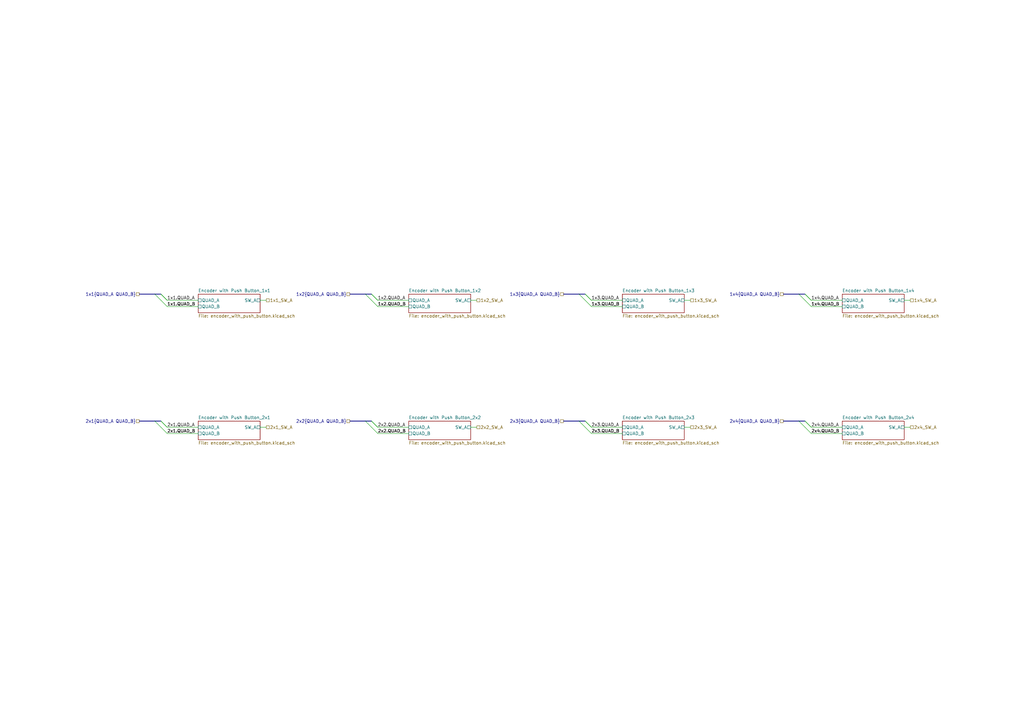
<source format=kicad_sch>
(kicad_sch
	(version 20250114)
	(generator "eeschema")
	(generator_version "9.0")
	(uuid "8884051b-187f-4599-a375-15b60d6b2a59")
	(paper "A3")
	(lib_symbols)
	(bus_entry
		(at 237.49 120.65)
		(size 2.54 2.54)
		(stroke
			(width 0)
			(type default)
		)
		(uuid "1571aa3d-1773-4af6-88c2-fec48baa92d7")
	)
	(bus_entry
		(at 152.4 172.72)
		(size 2.54 2.54)
		(stroke
			(width 0)
			(type default)
		)
		(uuid "1ccc0c8c-7dae-4e9f-be50-401c8d7d8224")
	)
	(bus_entry
		(at 240.03 172.72)
		(size 2.54 2.54)
		(stroke
			(width 0)
			(type default)
		)
		(uuid "43fc14a2-c709-43ec-bcaf-b7c5aaf09925")
	)
	(bus_entry
		(at 330.2 120.65)
		(size 2.54 2.54)
		(stroke
			(width 0)
			(type default)
		)
		(uuid "4d601ab3-a3b7-4602-9446-b9abcd5ab969")
	)
	(bus_entry
		(at 149.86 172.72)
		(size 2.54 2.54)
		(stroke
			(width 0)
			(type default)
		)
		(uuid "4f7d3119-2c70-475d-bacf-2d3c97faf020")
	)
	(bus_entry
		(at 66.04 172.72)
		(size 2.54 2.54)
		(stroke
			(width 0)
			(type default)
		)
		(uuid "68bc07fb-beee-439e-9f51-cbf34df3e98b")
	)
	(bus_entry
		(at 327.66 120.65)
		(size 2.54 2.54)
		(stroke
			(width 0)
			(type default)
		)
		(uuid "74e4862d-9829-484e-babe-e029af855eec")
	)
	(bus_entry
		(at 330.2 172.72)
		(size 2.54 2.54)
		(stroke
			(width 0)
			(type default)
		)
		(uuid "7a61830f-e47f-4eeb-b18a-49163771fbdb")
	)
	(bus_entry
		(at 240.03 120.65)
		(size 2.54 2.54)
		(stroke
			(width 0)
			(type default)
		)
		(uuid "7cbc9831-dea8-4209-a23f-04e20b20016b")
	)
	(bus_entry
		(at 330.2 172.72)
		(size 2.54 2.54)
		(stroke
			(width 0)
			(type default)
		)
		(uuid "85af20ae-675b-4497-b3f9-96ebdc88800f")
	)
	(bus_entry
		(at 149.86 120.65)
		(size 2.54 2.54)
		(stroke
			(width 0)
			(type default)
		)
		(uuid "94c510b0-0601-471f-b48f-26ae7b53956e")
	)
	(bus_entry
		(at 240.03 120.65)
		(size 2.54 2.54)
		(stroke
			(width 0)
			(type default)
		)
		(uuid "a7d04988-e3bc-4d0d-b4dc-cb00d36b8399")
	)
	(bus_entry
		(at 152.4 120.65)
		(size 2.54 2.54)
		(stroke
			(width 0)
			(type default)
		)
		(uuid "aacf8bf2-1207-41f8-a7e5-2edb6f80cde6")
	)
	(bus_entry
		(at 330.2 120.65)
		(size 2.54 2.54)
		(stroke
			(width 0)
			(type default)
		)
		(uuid "c3e221dd-0ba1-4b8c-8446-95e909972f00")
	)
	(bus_entry
		(at 327.66 172.72)
		(size 2.54 2.54)
		(stroke
			(width 0)
			(type default)
		)
		(uuid "d1a3df13-6780-4c2e-9e70-e5b2b0569d61")
	)
	(bus_entry
		(at 63.5 172.72)
		(size 2.54 2.54)
		(stroke
			(width 0)
			(type default)
		)
		(uuid "d2484f52-ca6b-4520-9d4c-ba56d8087451")
	)
	(bus_entry
		(at 152.4 120.65)
		(size 2.54 2.54)
		(stroke
			(width 0)
			(type default)
		)
		(uuid "d7f76f7a-baad-4a0e-9e40-1954e751e2f9")
	)
	(bus_entry
		(at 66.04 172.72)
		(size 2.54 2.54)
		(stroke
			(width 0)
			(type default)
		)
		(uuid "da5b1841-f37c-4ee5-a66d-32159bb7d948")
	)
	(bus_entry
		(at 66.04 120.65)
		(size 2.54 2.54)
		(stroke
			(width 0)
			(type default)
		)
		(uuid "e39f05c7-7ac4-4ac8-b627-c7b70e4e6c44")
	)
	(bus_entry
		(at 63.5 120.65)
		(size 2.54 2.54)
		(stroke
			(width 0)
			(type default)
		)
		(uuid "e67ee1d4-0a3a-4f2e-9e20-126fa7ea4fa2")
	)
	(bus_entry
		(at 152.4 172.72)
		(size 2.54 2.54)
		(stroke
			(width 0)
			(type default)
		)
		(uuid "f0fce77f-de2f-47c5-97e9-3b39bbf2a592")
	)
	(bus_entry
		(at 237.49 172.72)
		(size 2.54 2.54)
		(stroke
			(width 0)
			(type default)
		)
		(uuid "f8a98fa6-231f-4f1c-aed1-91dd6d184df0")
	)
	(bus_entry
		(at 66.04 120.65)
		(size 2.54 2.54)
		(stroke
			(width 0)
			(type default)
		)
		(uuid "fc21948a-be86-422f-b7e2-74f11c33f501")
	)
	(bus_entry
		(at 240.03 172.72)
		(size 2.54 2.54)
		(stroke
			(width 0)
			(type default)
		)
		(uuid "fc9e0ed8-c315-4498-9762-38508ab2b3ff")
	)
	(wire
		(pts
			(xy 240.03 123.19) (xy 242.57 125.73)
		)
		(stroke
			(width 0)
			(type default)
		)
		(uuid "0e4a0fc6-7099-469f-bcbe-262f89a9e8b3")
	)
	(wire
		(pts
			(xy 68.58 175.26) (xy 81.28 175.26)
		)
		(stroke
			(width 0)
			(type default)
		)
		(uuid "0ee38826-6bcf-4efe-b9b8-e1bc8376ca07")
	)
	(wire
		(pts
			(xy 330.2 123.19) (xy 332.74 125.73)
		)
		(stroke
			(width 0)
			(type default)
		)
		(uuid "0f459b76-a4a2-48fb-9550-0043ce266c28")
	)
	(wire
		(pts
			(xy 106.68 123.19) (xy 109.22 123.19)
		)
		(stroke
			(width 0)
			(type default)
		)
		(uuid "0ffbfeb8-d917-42b0-bb33-41e2d7d52ea9")
	)
	(wire
		(pts
			(xy 242.57 175.26) (xy 255.27 175.26)
		)
		(stroke
			(width 0)
			(type default)
		)
		(uuid "11beef1f-f1a8-48fa-a6af-a7dca0963c4a")
	)
	(wire
		(pts
			(xy 106.68 175.26) (xy 109.22 175.26)
		)
		(stroke
			(width 0)
			(type default)
		)
		(uuid "12618b45-1c8f-4741-a239-502ac41b5edb")
	)
	(bus
		(pts
			(xy 63.5 172.72) (xy 66.04 172.72)
		)
		(stroke
			(width 0)
			(type default)
		)
		(uuid "1668c553-4cc7-4029-a6d7-73bc522ffd42")
	)
	(wire
		(pts
			(xy 154.94 125.73) (xy 167.64 125.73)
		)
		(stroke
			(width 0)
			(type default)
		)
		(uuid "1695b0fa-c008-44f0-b187-0e93f9fa4b06")
	)
	(bus
		(pts
			(xy 231.14 120.65) (xy 237.49 120.65)
		)
		(stroke
			(width 0)
			(type default)
		)
		(uuid "1c0b295b-2047-4331-86b7-51e16cd02d55")
	)
	(bus
		(pts
			(xy 231.14 172.72) (xy 237.49 172.72)
		)
		(stroke
			(width 0)
			(type default)
		)
		(uuid "271b7f17-fa3e-45ab-985f-74219051a934")
	)
	(bus
		(pts
			(xy 57.15 120.65) (xy 63.5 120.65)
		)
		(stroke
			(width 0)
			(type default)
		)
		(uuid "3402530f-e4c2-4622-8338-cd631a771182")
	)
	(wire
		(pts
			(xy 68.58 125.73) (xy 81.28 125.73)
		)
		(stroke
			(width 0)
			(type default)
		)
		(uuid "40ef6b34-9e4c-46b1-b88e-5e2bb77ff454")
	)
	(wire
		(pts
			(xy 193.04 123.19) (xy 195.58 123.19)
		)
		(stroke
			(width 0)
			(type default)
		)
		(uuid "4800e754-c899-436b-b60d-bc392895070c")
	)
	(wire
		(pts
			(xy 242.57 177.8) (xy 255.27 177.8)
		)
		(stroke
			(width 0)
			(type default)
		)
		(uuid "4ef0a2b9-972c-4636-9316-b0990fe70d12")
	)
	(wire
		(pts
			(xy 332.74 125.73) (xy 345.44 125.73)
		)
		(stroke
			(width 0)
			(type default)
		)
		(uuid "518982a4-b9ee-4e78-a343-10940f1358e9")
	)
	(wire
		(pts
			(xy 332.74 177.8) (xy 345.44 177.8)
		)
		(stroke
			(width 0)
			(type default)
		)
		(uuid "52d665b2-8f13-46a6-a8c4-e4658e55a6e1")
	)
	(bus
		(pts
			(xy 237.49 172.72) (xy 240.03 172.72)
		)
		(stroke
			(width 0)
			(type default)
		)
		(uuid "531892d0-c76c-4fe9-893c-6d9d560c8a1b")
	)
	(bus
		(pts
			(xy 327.66 172.72) (xy 330.2 172.72)
		)
		(stroke
			(width 0)
			(type default)
		)
		(uuid "54844541-88fc-4085-b939-992750e01e38")
	)
	(wire
		(pts
			(xy 240.03 175.26) (xy 242.57 177.8)
		)
		(stroke
			(width 0)
			(type default)
		)
		(uuid "5cdec09c-4d66-4c90-ab61-0ba9593a527d")
	)
	(wire
		(pts
			(xy 68.58 177.8) (xy 81.28 177.8)
		)
		(stroke
			(width 0)
			(type default)
		)
		(uuid "611e57ea-28b8-4409-97e2-b2a4049b53e3")
	)
	(wire
		(pts
			(xy 66.04 175.26) (xy 68.58 177.8)
		)
		(stroke
			(width 0)
			(type default)
		)
		(uuid "669b21d1-25bb-42b4-b84f-2c4cbf3a3c9f")
	)
	(wire
		(pts
			(xy 330.2 175.26) (xy 332.74 177.8)
		)
		(stroke
			(width 0)
			(type default)
		)
		(uuid "6bd46bc0-e742-4ca3-930c-e2edafc7796e")
	)
	(bus
		(pts
			(xy 57.15 172.72) (xy 63.5 172.72)
		)
		(stroke
			(width 0)
			(type default)
		)
		(uuid "6bff693d-f85a-4757-bf2b-b9c0093b5069")
	)
	(bus
		(pts
			(xy 327.66 120.65) (xy 330.2 120.65)
		)
		(stroke
			(width 0)
			(type default)
		)
		(uuid "6c3d01bb-6cce-4d75-b073-4b5270e1e5f5")
	)
	(wire
		(pts
			(xy 152.4 123.19) (xy 154.94 125.73)
		)
		(stroke
			(width 0)
			(type default)
		)
		(uuid "6d73c298-b33f-4b98-b21f-585b15cfb0d0")
	)
	(wire
		(pts
			(xy 242.57 123.19) (xy 255.27 123.19)
		)
		(stroke
			(width 0)
			(type default)
		)
		(uuid "6e56b48d-6a5c-44f4-a96c-00f29684d89e")
	)
	(bus
		(pts
			(xy 63.5 120.65) (xy 66.04 120.65)
		)
		(stroke
			(width 0)
			(type default)
		)
		(uuid "6f16c83b-d12b-4a2a-b398-5a4a056eb834")
	)
	(wire
		(pts
			(xy 154.94 175.26) (xy 167.64 175.26)
		)
		(stroke
			(width 0)
			(type default)
		)
		(uuid "6f7cfbbf-7719-4b69-a24c-d850ae128426")
	)
	(wire
		(pts
			(xy 280.67 123.19) (xy 283.21 123.19)
		)
		(stroke
			(width 0)
			(type default)
		)
		(uuid "727a14bb-f87d-4222-b4c9-864c0ee9893b")
	)
	(bus
		(pts
			(xy 321.31 120.65) (xy 327.66 120.65)
		)
		(stroke
			(width 0)
			(type default)
		)
		(uuid "85d855d8-0f8e-4ecc-ad44-4de38fd2ae90")
	)
	(wire
		(pts
			(xy 242.57 125.73) (xy 255.27 125.73)
		)
		(stroke
			(width 0)
			(type default)
		)
		(uuid "92f716aa-7c88-4ea9-b9cc-c8a015688ecc")
	)
	(bus
		(pts
			(xy 143.51 120.65) (xy 149.86 120.65)
		)
		(stroke
			(width 0)
			(type default)
		)
		(uuid "94dcaee9-1b65-49ee-94d8-25e9b074f168")
	)
	(wire
		(pts
			(xy 193.04 175.26) (xy 195.58 175.26)
		)
		(stroke
			(width 0)
			(type default)
		)
		(uuid "970cd704-263b-43f3-8ddd-b00f2085ec7a")
	)
	(bus
		(pts
			(xy 149.86 172.72) (xy 152.4 172.72)
		)
		(stroke
			(width 0)
			(type default)
		)
		(uuid "9a8e59f1-405a-4797-bd16-c8851a9ac20b")
	)
	(wire
		(pts
			(xy 280.67 175.26) (xy 283.21 175.26)
		)
		(stroke
			(width 0)
			(type default)
		)
		(uuid "a9730bde-5863-49df-b633-47aa3d36e297")
	)
	(wire
		(pts
			(xy 154.94 177.8) (xy 167.64 177.8)
		)
		(stroke
			(width 0)
			(type default)
		)
		(uuid "adfc0947-9df7-4e76-9021-4958b9d14582")
	)
	(wire
		(pts
			(xy 332.74 123.19) (xy 345.44 123.19)
		)
		(stroke
			(width 0)
			(type default)
		)
		(uuid "afef2fbc-15e9-4e7f-902b-5ff6406622ef")
	)
	(wire
		(pts
			(xy 332.74 175.26) (xy 345.44 175.26)
		)
		(stroke
			(width 0)
			(type default)
		)
		(uuid "b00ad90b-a1ae-4a10-9af5-217a96cbf6e7")
	)
	(bus
		(pts
			(xy 237.49 120.65) (xy 240.03 120.65)
		)
		(stroke
			(width 0)
			(type default)
		)
		(uuid "b4b0c873-8781-412a-886c-c7f3f5f62afb")
	)
	(bus
		(pts
			(xy 321.31 172.72) (xy 327.66 172.72)
		)
		(stroke
			(width 0)
			(type default)
		)
		(uuid "bcfdb9b9-7eee-4d07-8981-2540fe0b848c")
	)
	(bus
		(pts
			(xy 143.51 172.72) (xy 149.86 172.72)
		)
		(stroke
			(width 0)
			(type default)
		)
		(uuid "c8c98207-e8b1-42fc-98fd-205f94332aab")
	)
	(wire
		(pts
			(xy 370.84 123.19) (xy 373.38 123.19)
		)
		(stroke
			(width 0)
			(type default)
		)
		(uuid "d8f5f179-f2b7-4ca7-859e-f22939442058")
	)
	(wire
		(pts
			(xy 154.94 123.19) (xy 167.64 123.19)
		)
		(stroke
			(width 0)
			(type default)
		)
		(uuid "ddc0822a-d7f6-442a-af6c-63f89723fecb")
	)
	(wire
		(pts
			(xy 370.84 175.26) (xy 373.38 175.26)
		)
		(stroke
			(width 0)
			(type default)
		)
		(uuid "e17fc8d4-ae50-4193-8694-872ab822d25a")
	)
	(wire
		(pts
			(xy 152.4 175.26) (xy 154.94 177.8)
		)
		(stroke
			(width 0)
			(type default)
		)
		(uuid "e4bf85ec-410f-44f3-b5c6-7d21d59a0eb9")
	)
	(wire
		(pts
			(xy 66.04 123.19) (xy 68.58 125.73)
		)
		(stroke
			(width 0)
			(type default)
		)
		(uuid "eb399372-501d-4b86-8ed8-8682b2304017")
	)
	(wire
		(pts
			(xy 68.58 123.19) (xy 81.28 123.19)
		)
		(stroke
			(width 0)
			(type default)
		)
		(uuid "fcaab586-3493-43be-94ab-8a24c9da768f")
	)
	(bus
		(pts
			(xy 149.86 120.65) (xy 152.4 120.65)
		)
		(stroke
			(width 0)
			(type default)
		)
		(uuid "ff64840f-b820-4c3a-8f0b-2679c53d6de0")
	)
	(label "2x1.QUAD_B"
		(at 68.58 177.8 0)
		(effects
			(font
				(size 1.27 1.27)
			)
			(justify left bottom)
		)
		(uuid "01181d36-b183-4d4c-8eb3-2ae1601bbbc6")
	)
	(label "1x2.QUAD_A"
		(at 154.94 123.19 0)
		(effects
			(font
				(size 1.27 1.27)
			)
			(justify left bottom)
		)
		(uuid "0c7a38a1-b901-4ba3-a274-ea82b2c07618")
	)
	(label "1x1.QUAD_A"
		(at 68.58 123.19 0)
		(effects
			(font
				(size 1.27 1.27)
			)
			(justify left bottom)
		)
		(uuid "1369be60-8b7e-418a-94a9-1ca1eccc9dca")
	)
	(label "2x2.QUAD_B"
		(at 154.94 177.8 0)
		(effects
			(font
				(size 1.27 1.27)
			)
			(justify left bottom)
		)
		(uuid "14d9026f-a3ba-4c0d-8fb1-ce4da1a4619e")
	)
	(label "1x4.QUAD_B"
		(at 332.74 125.73 0)
		(effects
			(font
				(size 1.27 1.27)
			)
			(justify left bottom)
		)
		(uuid "1d26d84c-2d2b-48dd-a146-0bfd45b21d72")
	)
	(label "2x4.QUAD_B"
		(at 332.74 177.8 0)
		(effects
			(font
				(size 1.27 1.27)
			)
			(justify left bottom)
		)
		(uuid "1e6c97b9-db98-436d-a95c-778a5b6328c1")
	)
	(label "1x4.QUAD_A"
		(at 332.74 123.19 0)
		(effects
			(font
				(size 1.27 1.27)
			)
			(justify left bottom)
		)
		(uuid "2e981df0-f709-4d12-bfe2-186d2995327e")
	)
	(label "1x3.QUAD_B"
		(at 242.57 125.73 0)
		(effects
			(font
				(size 1.27 1.27)
			)
			(justify left bottom)
		)
		(uuid "2ffec908-86fd-42ec-bc57-48004501f369")
	)
	(label "2x4.QUAD_A"
		(at 332.74 175.26 0)
		(effects
			(font
				(size 1.27 1.27)
			)
			(justify left bottom)
		)
		(uuid "37d1f7c9-c43e-44ac-9b81-509662d7d632")
	)
	(label "1x2.QUAD_B"
		(at 154.94 125.73 0)
		(effects
			(font
				(size 1.27 1.27)
			)
			(justify left bottom)
		)
		(uuid "53a17b1a-0d6e-40f5-a86b-69cae4999279")
	)
	(label "2x1.QUAD_B"
		(at 68.58 177.8 0)
		(effects
			(font
				(size 1.27 1.27)
			)
			(justify left bottom)
		)
		(uuid "5c143f5e-693f-49e3-a3d5-7841faf0c849")
	)
	(label "1x4.QUAD_B"
		(at 332.74 125.73 0)
		(effects
			(font
				(size 1.27 1.27)
			)
			(justify left bottom)
		)
		(uuid "72b68e0d-95ef-4c0d-8278-2a0953ed5117")
	)
	(label "2x4.QUAD_B"
		(at 332.74 177.8 0)
		(effects
			(font
				(size 1.27 1.27)
			)
			(justify left bottom)
		)
		(uuid "732e88c9-0d50-4d27-a160-96654833793d")
	)
	(label "2x3.QUAD_B"
		(at 242.57 177.8 0)
		(effects
			(font
				(size 1.27 1.27)
			)
			(justify left bottom)
		)
		(uuid "819d1a9f-6201-4835-a4b9-e17df295cc9d")
	)
	(label "2x1.QUAD_A"
		(at 68.58 175.26 0)
		(effects
			(font
				(size 1.27 1.27)
			)
			(justify left bottom)
		)
		(uuid "9601fbac-566a-4401-a4e4-1216530b0c1d")
	)
	(label "1x3.QUAD_B"
		(at 242.57 125.73 0)
		(effects
			(font
				(size 1.27 1.27)
			)
			(justify left bottom)
		)
		(uuid "a2eba00f-ebb7-4c18-a316-4949eb0ec987")
	)
	(label "2x2.QUAD_A"
		(at 154.94 175.26 0)
		(effects
			(font
				(size 1.27 1.27)
			)
			(justify left bottom)
		)
		(uuid "abc061e9-4066-4922-a2a1-9e294af40c05")
	)
	(label "1x1.QUAD_B"
		(at 68.58 125.73 0)
		(effects
			(font
				(size 1.27 1.27)
			)
			(justify left bottom)
		)
		(uuid "b034b87d-c264-4ab0-91c3-fb1f6e7d4d03")
	)
	(label "2x2.QUAD_B"
		(at 154.94 177.8 0)
		(effects
			(font
				(size 1.27 1.27)
			)
			(justify left bottom)
		)
		(uuid "cb1583f7-ac9e-47b8-9260-067c7f0878e8")
	)
	(label "1x1.QUAD_B"
		(at 68.58 125.73 0)
		(effects
			(font
				(size 1.27 1.27)
			)
			(justify left bottom)
		)
		(uuid "d1802d19-9e15-4d58-8172-fb8c561b4a53")
	)
	(label "2x3.QUAD_B"
		(at 242.57 177.8 0)
		(effects
			(font
				(size 1.27 1.27)
			)
			(justify left bottom)
		)
		(uuid "d3932c5c-4b86-4878-af6b-3a539d8c6e3c")
	)
	(label "2x3.QUAD_A"
		(at 242.57 175.26 0)
		(effects
			(font
				(size 1.27 1.27)
			)
			(justify left bottom)
		)
		(uuid "d56707fa-d3de-47ce-8a1c-8dce59709fbb")
	)
	(label "1x2.QUAD_B"
		(at 154.94 125.73 0)
		(effects
			(font
				(size 1.27 1.27)
			)
			(justify left bottom)
		)
		(uuid "f3ae6822-f450-4ee1-9de9-36122feaf867")
	)
	(label "1x3.QUAD_A"
		(at 242.57 123.19 0)
		(effects
			(font
				(size 1.27 1.27)
			)
			(justify left bottom)
		)
		(uuid "fa0841a4-11ae-48e5-893a-dd2763a439d7")
	)
	(hierarchical_label "1x1{QUAD_A QUAD_B}"
		(shape passive)
		(at 57.15 120.65 180)
		(effects
			(font
				(size 1.27 1.27)
			)
			(justify right)
		)
		(uuid "011098da-4c17-4c01-ae12-272e779dee8f")
	)
	(hierarchical_label "2x1{QUAD_A QUAD_B}"
		(shape passive)
		(at 57.15 172.72 180)
		(effects
			(font
				(size 1.27 1.27)
			)
			(justify right)
		)
		(uuid "15eb0d2b-ace8-402d-ab67-134d4b5a28d2")
	)
	(hierarchical_label "2x3{QUAD_A QUAD_B}"
		(shape passive)
		(at 231.14 172.72 180)
		(effects
			(font
				(size 1.27 1.27)
			)
			(justify right)
		)
		(uuid "180922b4-2d1f-4bf2-ae0a-f3d4add5489f")
	)
	(hierarchical_label "2x1_SW_A"
		(shape passive)
		(at 109.22 175.26 0)
		(effects
			(font
				(size 1.27 1.27)
			)
			(justify left)
		)
		(uuid "19462581-fc2e-4e69-be60-b1039a2bf1be")
	)
	(hierarchical_label "2x3_SW_A"
		(shape passive)
		(at 283.21 175.26 0)
		(effects
			(font
				(size 1.27 1.27)
			)
			(justify left)
		)
		(uuid "1d5d7ca4-a19e-468b-aa67-2675ed0e7b50")
	)
	(hierarchical_label "1x2{QUAD_A QUAD_B}"
		(shape passive)
		(at 143.51 120.65 180)
		(effects
			(font
				(size 1.27 1.27)
			)
			(justify right)
		)
		(uuid "27ad6819-ec92-4911-be2a-762bb03b6e34")
	)
	(hierarchical_label "1x1_SW_A"
		(shape passive)
		(at 109.22 123.19 0)
		(effects
			(font
				(size 1.27 1.27)
			)
			(justify left)
		)
		(uuid "295aec10-5038-4f51-835b-ec65d3a09d60")
	)
	(hierarchical_label "2x2_SW_A"
		(shape passive)
		(at 195.58 175.26 0)
		(effects
			(font
				(size 1.27 1.27)
			)
			(justify left)
		)
		(uuid "2da7f3ef-ebd4-4c1c-a3d6-610dfa6c8e89")
	)
	(hierarchical_label "2x4_SW_A"
		(shape passive)
		(at 373.38 175.26 0)
		(effects
			(font
				(size 1.27 1.27)
			)
			(justify left)
		)
		(uuid "2ecb218f-9b8f-4f9d-9255-d407addab089")
	)
	(hierarchical_label "1x4_SW_A"
		(shape passive)
		(at 373.38 123.19 0)
		(effects
			(font
				(size 1.27 1.27)
			)
			(justify left)
		)
		(uuid "32ca4531-4924-4224-a425-3aa55dee49bb")
	)
	(hierarchical_label "1x3{QUAD_A QUAD_B}"
		(shape passive)
		(at 231.14 120.65 180)
		(effects
			(font
				(size 1.27 1.27)
			)
			(justify right)
		)
		(uuid "8f4b0f6d-69ef-4032-b6a8-4ecc076f8ff8")
	)
	(hierarchical_label "1x4{QUAD_A QUAD_B}"
		(shape passive)
		(at 321.31 120.65 180)
		(effects
			(font
				(size 1.27 1.27)
			)
			(justify right)
		)
		(uuid "947839e6-b774-4f1a-85db-a111bf3d159d")
	)
	(hierarchical_label "1x3_SW_A"
		(shape passive)
		(at 283.21 123.19 0)
		(effects
			(font
				(size 1.27 1.27)
			)
			(justify left)
		)
		(uuid "caa35eaf-e069-4741-a4c9-52f5cf48c44b")
	)
	(hierarchical_label "1x2_SW_A"
		(shape passive)
		(at 195.58 123.19 0)
		(effects
			(font
				(size 1.27 1.27)
			)
			(justify left)
		)
		(uuid "cfc70cb7-f65d-4131-b14f-cc370d0eda86")
	)
	(hierarchical_label "2x2{QUAD_A QUAD_B}"
		(shape passive)
		(at 143.51 172.72 180)
		(effects
			(font
				(size 1.27 1.27)
			)
			(justify right)
		)
		(uuid "ed4e1db2-31a3-4b1a-b8ca-04da3a90d0b6")
	)
	(hierarchical_label "2x4{QUAD_A QUAD_B}"
		(shape passive)
		(at 321.31 172.72 180)
		(effects
			(font
				(size 1.27 1.27)
			)
			(justify right)
		)
		(uuid "fbec207b-a5a3-4ffe-ad42-cf79c4d7f6b7")
	)
	(sheet
		(at 167.64 120.65)
		(size 25.4 7.62)
		(exclude_from_sim no)
		(in_bom yes)
		(on_board yes)
		(dnp no)
		(fields_autoplaced yes)
		(stroke
			(width 0.1524)
			(type solid)
		)
		(fill
			(color 0 0 0 0.0000)
		)
		(uuid "0ace1318-b253-4d85-b784-aa61ad0f89cd")
		(property "Sheetname" "Encoder with Push Button_1x2"
			(at 167.64 119.9384 0)
			(effects
				(font
					(size 1.27 1.27)
				)
				(justify left bottom)
			)
		)
		(property "Sheetfile" "encoder_with_push_button.kicad_sch"
			(at 167.64 128.8546 0)
			(effects
				(font
					(size 1.27 1.27)
				)
				(justify left top)
			)
		)
		(pin "SW_A" passive
			(at 193.04 123.19 0)
			(uuid "25ca9264-d5b0-4b34-8c80-87b4aac2986f")
			(effects
				(font
					(size 1.27 1.27)
				)
				(justify right)
			)
		)
		(pin "QUAD_B" passive
			(at 167.64 125.73 180)
			(uuid "93379d6d-86a9-42dc-a9fa-b503e0c129a8")
			(effects
				(font
					(size 1.27 1.27)
				)
				(justify left)
			)
		)
		(pin "QUAD_A" passive
			(at 167.64 123.19 180)
			(uuid "c010fec3-1a90-4a14-ae10-87740cd9d63a")
			(effects
				(font
					(size 1.27 1.27)
				)
				(justify left)
			)
		)
		(instances
			(project "midi_controller"
				(path "/9e44e663-00d0-4f33-bf1f-c4ad78deb554/8b3bc88b-b526-44d8-9760-500b43fd5a71"
					(page "4")
				)
			)
		)
	)
	(sheet
		(at 167.64 172.72)
		(size 25.4 7.62)
		(exclude_from_sim no)
		(in_bom yes)
		(on_board yes)
		(dnp no)
		(fields_autoplaced yes)
		(stroke
			(width 0.1524)
			(type solid)
		)
		(fill
			(color 0 0 0 0.0000)
		)
		(uuid "1413c73c-0ad0-4a10-833c-ff3e4825f086")
		(property "Sheetname" "Encoder with Push Button_2x2"
			(at 167.64 172.0084 0)
			(effects
				(font
					(size 1.27 1.27)
				)
				(justify left bottom)
			)
		)
		(property "Sheetfile" "encoder_with_push_button.kicad_sch"
			(at 167.64 180.9246 0)
			(effects
				(font
					(size 1.27 1.27)
				)
				(justify left top)
			)
		)
		(pin "SW_A" passive
			(at 193.04 175.26 0)
			(uuid "717c4e91-c4a0-46e6-a8a9-c15a789df2c0")
			(effects
				(font
					(size 1.27 1.27)
				)
				(justify right)
			)
		)
		(pin "QUAD_B" passive
			(at 167.64 177.8 180)
			(uuid "689d53ee-40ae-4163-9d45-70f95c77cb83")
			(effects
				(font
					(size 1.27 1.27)
				)
				(justify left)
			)
		)
		(pin "QUAD_A" passive
			(at 167.64 175.26 180)
			(uuid "8e32a74f-81c2-4f30-961a-1d2fdc7783cb")
			(effects
				(font
					(size 1.27 1.27)
				)
				(justify left)
			)
		)
		(instances
			(project "midi_controller"
				(path "/9e44e663-00d0-4f33-bf1f-c4ad78deb554/8b3bc88b-b526-44d8-9760-500b43fd5a71"
					(page "8")
				)
			)
		)
	)
	(sheet
		(at 255.27 172.72)
		(size 25.4 7.62)
		(exclude_from_sim no)
		(in_bom yes)
		(on_board yes)
		(dnp no)
		(fields_autoplaced yes)
		(stroke
			(width 0.1524)
			(type solid)
		)
		(fill
			(color 0 0 0 0.0000)
		)
		(uuid "24f763b3-d9d2-44ca-b0de-e5bd6d783cf4")
		(property "Sheetname" "Encoder with Push Button_2x3"
			(at 255.27 172.0084 0)
			(effects
				(font
					(size 1.27 1.27)
				)
				(justify left bottom)
			)
		)
		(property "Sheetfile" "encoder_with_push_button.kicad_sch"
			(at 255.27 180.9246 0)
			(effects
				(font
					(size 1.27 1.27)
				)
				(justify left top)
			)
		)
		(pin "SW_A" passive
			(at 280.67 175.26 0)
			(uuid "1ea7ab3a-b624-4bdd-9028-3f3026dcd306")
			(effects
				(font
					(size 1.27 1.27)
				)
				(justify right)
			)
		)
		(pin "QUAD_B" passive
			(at 255.27 177.8 180)
			(uuid "46c7eeac-d661-4622-8b07-78777fedd251")
			(effects
				(font
					(size 1.27 1.27)
				)
				(justify left)
			)
		)
		(pin "QUAD_A" passive
			(at 255.27 175.26 180)
			(uuid "3f89544d-7b1c-4151-9f1e-39f7aefc64cf")
			(effects
				(font
					(size 1.27 1.27)
				)
				(justify left)
			)
		)
		(instances
			(project "midi_controller"
				(path "/9e44e663-00d0-4f33-bf1f-c4ad78deb554/8b3bc88b-b526-44d8-9760-500b43fd5a71"
					(page "9")
				)
			)
		)
	)
	(sheet
		(at 255.27 120.65)
		(size 25.4 7.62)
		(exclude_from_sim no)
		(in_bom yes)
		(on_board yes)
		(dnp no)
		(fields_autoplaced yes)
		(stroke
			(width 0.1524)
			(type solid)
		)
		(fill
			(color 0 0 0 0.0000)
		)
		(uuid "291f4e39-6718-4dda-83a6-20f8f943b75d")
		(property "Sheetname" "Encoder with Push Button_1x3"
			(at 255.27 119.9384 0)
			(effects
				(font
					(size 1.27 1.27)
				)
				(justify left bottom)
			)
		)
		(property "Sheetfile" "encoder_with_push_button.kicad_sch"
			(at 255.27 128.8546 0)
			(effects
				(font
					(size 1.27 1.27)
				)
				(justify left top)
			)
		)
		(pin "SW_A" passive
			(at 280.67 123.19 0)
			(uuid "90db2056-0ba1-4632-913d-be89c071720c")
			(effects
				(font
					(size 1.27 1.27)
				)
				(justify right)
			)
		)
		(pin "QUAD_B" passive
			(at 255.27 125.73 180)
			(uuid "8251038e-2893-40a2-bd44-d7d355f14e1d")
			(effects
				(font
					(size 1.27 1.27)
				)
				(justify left)
			)
		)
		(pin "QUAD_A" passive
			(at 255.27 123.19 180)
			(uuid "195fdc87-e997-428f-b412-de89f7800e2e")
			(effects
				(font
					(size 1.27 1.27)
				)
				(justify left)
			)
		)
		(instances
			(project "midi_controller"
				(path "/9e44e663-00d0-4f33-bf1f-c4ad78deb554/8b3bc88b-b526-44d8-9760-500b43fd5a71"
					(page "5")
				)
			)
		)
	)
	(sheet
		(at 345.44 120.65)
		(size 25.4 7.62)
		(exclude_from_sim no)
		(in_bom yes)
		(on_board yes)
		(dnp no)
		(fields_autoplaced yes)
		(stroke
			(width 0.1524)
			(type solid)
		)
		(fill
			(color 0 0 0 0.0000)
		)
		(uuid "3c9339b8-42f1-40cb-9183-aa88346af463")
		(property "Sheetname" "Encoder with Push Button_1x4"
			(at 345.44 119.9384 0)
			(effects
				(font
					(size 1.27 1.27)
				)
				(justify left bottom)
			)
		)
		(property "Sheetfile" "encoder_with_push_button.kicad_sch"
			(at 345.44 128.8546 0)
			(effects
				(font
					(size 1.27 1.27)
				)
				(justify left top)
			)
		)
		(pin "SW_A" passive
			(at 370.84 123.19 0)
			(uuid "14e9bd81-2d4c-4a3a-aab4-0b7be7433e9e")
			(effects
				(font
					(size 1.27 1.27)
				)
				(justify right)
			)
		)
		(pin "QUAD_B" passive
			(at 345.44 125.73 180)
			(uuid "24937f5c-4b3c-415f-9ac2-42026a25aaf0")
			(effects
				(font
					(size 1.27 1.27)
				)
				(justify left)
			)
		)
		(pin "QUAD_A" passive
			(at 345.44 123.19 180)
			(uuid "49acd744-d04e-4c9e-97f4-224661b8855b")
			(effects
				(font
					(size 1.27 1.27)
				)
				(justify left)
			)
		)
		(instances
			(project "midi_controller"
				(path "/9e44e663-00d0-4f33-bf1f-c4ad78deb554/8b3bc88b-b526-44d8-9760-500b43fd5a71"
					(page "6")
				)
			)
		)
	)
	(sheet
		(at 81.28 172.72)
		(size 25.4 7.62)
		(exclude_from_sim no)
		(in_bom yes)
		(on_board yes)
		(dnp no)
		(fields_autoplaced yes)
		(stroke
			(width 0.1524)
			(type solid)
		)
		(fill
			(color 0 0 0 0.0000)
		)
		(uuid "4af660a9-1b0e-40bf-ba48-b976c7e464d4")
		(property "Sheetname" "Encoder with Push Button_2x1"
			(at 81.28 172.0084 0)
			(effects
				(font
					(size 1.27 1.27)
				)
				(justify left bottom)
			)
		)
		(property "Sheetfile" "encoder_with_push_button.kicad_sch"
			(at 81.28 180.9246 0)
			(effects
				(font
					(size 1.27 1.27)
				)
				(justify left top)
			)
		)
		(pin "SW_A" passive
			(at 106.68 175.26 0)
			(uuid "5032acbf-5145-401b-8482-48dd6fb532bb")
			(effects
				(font
					(size 1.27 1.27)
				)
				(justify right)
			)
		)
		(pin "QUAD_B" passive
			(at 81.28 177.8 180)
			(uuid "8e6c2066-dddc-432b-9d5a-7c2b167d7d2b")
			(effects
				(font
					(size 1.27 1.27)
				)
				(justify left)
			)
		)
		(pin "QUAD_A" passive
			(at 81.28 175.26 180)
			(uuid "68bb1fbf-d762-400c-86d4-ca7808d06b4f")
			(effects
				(font
					(size 1.27 1.27)
				)
				(justify left)
			)
		)
		(instances
			(project "midi_controller"
				(path "/9e44e663-00d0-4f33-bf1f-c4ad78deb554/8b3bc88b-b526-44d8-9760-500b43fd5a71"
					(page "7")
				)
			)
		)
	)
	(sheet
		(at 81.28 120.65)
		(size 25.4 7.62)
		(exclude_from_sim no)
		(in_bom yes)
		(on_board yes)
		(dnp no)
		(fields_autoplaced yes)
		(stroke
			(width 0.1524)
			(type solid)
		)
		(fill
			(color 0 0 0 0.0000)
		)
		(uuid "60e25267-b738-456c-86e0-26223ee5fe23")
		(property "Sheetname" "Encoder with Push Button_1x1"
			(at 81.28 119.9384 0)
			(effects
				(font
					(size 1.27 1.27)
				)
				(justify left bottom)
			)
		)
		(property "Sheetfile" "encoder_with_push_button.kicad_sch"
			(at 81.28 128.8546 0)
			(effects
				(font
					(size 1.27 1.27)
				)
				(justify left top)
			)
		)
		(pin "SW_A" passive
			(at 106.68 123.19 0)
			(uuid "5f7ad2d2-7bc4-4ec3-8f4e-0e238c5ea3b5")
			(effects
				(font
					(size 1.27 1.27)
				)
				(justify right)
			)
		)
		(pin "QUAD_B" passive
			(at 81.28 125.73 180)
			(uuid "18cb5227-0fd6-4cfa-a957-857d02b7255f")
			(effects
				(font
					(size 1.27 1.27)
				)
				(justify left)
			)
		)
		(pin "QUAD_A" passive
			(at 81.28 123.19 180)
			(uuid "16a9ecb5-00b1-47e7-aea2-6aa78dc78ce4")
			(effects
				(font
					(size 1.27 1.27)
				)
				(justify left)
			)
		)
		(instances
			(project "midi_controller"
				(path "/9e44e663-00d0-4f33-bf1f-c4ad78deb554/8b3bc88b-b526-44d8-9760-500b43fd5a71"
					(page "2")
				)
			)
		)
	)
	(sheet
		(at 345.44 172.72)
		(size 25.4 7.62)
		(exclude_from_sim no)
		(in_bom yes)
		(on_board yes)
		(dnp no)
		(fields_autoplaced yes)
		(stroke
			(width 0.1524)
			(type solid)
		)
		(fill
			(color 0 0 0 0.0000)
		)
		(uuid "761c51eb-8364-4d00-98cb-27a8734a6aa5")
		(property "Sheetname" "Encoder with Push Button_2x4"
			(at 345.44 172.0084 0)
			(effects
				(font
					(size 1.27 1.27)
				)
				(justify left bottom)
			)
		)
		(property "Sheetfile" "encoder_with_push_button.kicad_sch"
			(at 345.44 180.9246 0)
			(effects
				(font
					(size 1.27 1.27)
				)
				(justify left top)
			)
		)
		(pin "SW_A" passive
			(at 370.84 175.26 0)
			(uuid "5fb96659-8492-4bc0-b1a6-8559896c7461")
			(effects
				(font
					(size 1.27 1.27)
				)
				(justify right)
			)
		)
		(pin "QUAD_B" passive
			(at 345.44 177.8 180)
			(uuid "c0e4247a-b8ec-4708-8fcb-5e55bf8f248f")
			(effects
				(font
					(size 1.27 1.27)
				)
				(justify left)
			)
		)
		(pin "QUAD_A" passive
			(at 345.44 175.26 180)
			(uuid "43cc4c74-253b-44d5-855c-7453b3af923b")
			(effects
				(font
					(size 1.27 1.27)
				)
				(justify left)
			)
		)
		(instances
			(project "midi_controller"
				(path "/9e44e663-00d0-4f33-bf1f-c4ad78deb554/8b3bc88b-b526-44d8-9760-500b43fd5a71"
					(page "10")
				)
			)
		)
	)
)

</source>
